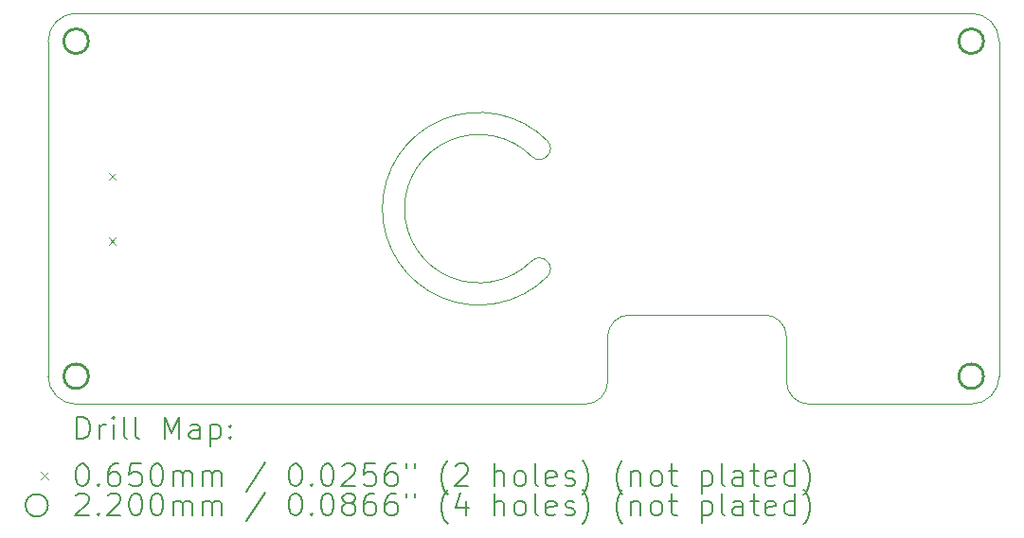
<source format=gbr>
%TF.GenerationSoftware,KiCad,Pcbnew,8.0.6*%
%TF.CreationDate,2024-10-17T21:45:20+02:00*%
%TF.ProjectId,weatherStationBoard,77656174-6865-4725-9374-6174696f6e42,rev?*%
%TF.SameCoordinates,Original*%
%TF.FileFunction,Drillmap*%
%TF.FilePolarity,Positive*%
%FSLAX45Y45*%
G04 Gerber Fmt 4.5, Leading zero omitted, Abs format (unit mm)*
G04 Created by KiCad (PCBNEW 8.0.6) date 2024-10-17 21:45:20*
%MOMM*%
%LPD*%
G01*
G04 APERTURE LIST*
%ADD10C,0.100000*%
%ADD11C,0.050000*%
%ADD12C,0.200000*%
%ADD13C,0.220000*%
G04 APERTURE END LIST*
D10*
X19060000Y-10740000D02*
G75*
G02*
X18920000Y-10880000I-70000J-70000D01*
G01*
X19060000Y-11960000D02*
G75*
G02*
X19060000Y-10740000I-610000J610000D01*
G01*
D11*
X19600000Y-12500000D02*
X19600000Y-12900000D01*
X22850000Y-9600000D02*
G75*
G02*
X23100000Y-9850000I0J-250000D01*
G01*
X23100000Y-9850000D02*
X23100000Y-12850000D01*
D10*
X18920000Y-11820000D02*
G75*
G02*
X18920000Y-10880000I-470000J470000D01*
G01*
D11*
X21000000Y-12300000D02*
G75*
G02*
X21200000Y-12500000I0J-200000D01*
G01*
X14600000Y-9850000D02*
G75*
G02*
X14850000Y-9600000I250000J0D01*
G01*
X21000000Y-12300000D02*
X19800000Y-12300000D01*
X19600000Y-12900000D02*
G75*
G02*
X19400000Y-13100000I-200000J0D01*
G01*
X23100000Y-12850000D02*
G75*
G02*
X22850000Y-13100000I-250000J0D01*
G01*
X19400000Y-13100000D02*
X14850000Y-13100000D01*
X21200000Y-12900000D02*
X21200000Y-12500000D01*
X14850000Y-9600000D02*
X22850000Y-9600000D01*
X14850000Y-13100000D02*
G75*
G02*
X14600000Y-12850000I0J250000D01*
G01*
X21400000Y-13100000D02*
G75*
G02*
X21200000Y-12900000I0J200000D01*
G01*
D10*
X18920000Y-11820000D02*
G75*
G02*
X19060000Y-11960000I70000J-70000D01*
G01*
D11*
X19600000Y-12500000D02*
G75*
G02*
X19800000Y-12300000I200000J0D01*
G01*
X14600000Y-12850000D02*
X14600000Y-9850000D01*
X22850000Y-13100000D02*
X21400000Y-13100000D01*
D12*
D10*
X15140000Y-11029000D02*
X15205000Y-11094000D01*
X15205000Y-11029000D02*
X15140000Y-11094000D01*
X15140000Y-11607000D02*
X15205000Y-11672000D01*
X15205000Y-11607000D02*
X15140000Y-11672000D01*
D13*
X14960000Y-9850000D02*
G75*
G02*
X14740000Y-9850000I-110000J0D01*
G01*
X14740000Y-9850000D02*
G75*
G02*
X14960000Y-9850000I110000J0D01*
G01*
X14960000Y-12850000D02*
G75*
G02*
X14740000Y-12850000I-110000J0D01*
G01*
X14740000Y-12850000D02*
G75*
G02*
X14960000Y-12850000I110000J0D01*
G01*
X22960000Y-9850000D02*
G75*
G02*
X22740000Y-9850000I-110000J0D01*
G01*
X22740000Y-9850000D02*
G75*
G02*
X22960000Y-9850000I110000J0D01*
G01*
X22960000Y-12850000D02*
G75*
G02*
X22740000Y-12850000I-110000J0D01*
G01*
X22740000Y-12850000D02*
G75*
G02*
X22960000Y-12850000I110000J0D01*
G01*
D12*
X14858277Y-13413984D02*
X14858277Y-13213984D01*
X14858277Y-13213984D02*
X14905896Y-13213984D01*
X14905896Y-13213984D02*
X14934467Y-13223508D01*
X14934467Y-13223508D02*
X14953515Y-13242555D01*
X14953515Y-13242555D02*
X14963039Y-13261603D01*
X14963039Y-13261603D02*
X14972562Y-13299698D01*
X14972562Y-13299698D02*
X14972562Y-13328269D01*
X14972562Y-13328269D02*
X14963039Y-13366365D01*
X14963039Y-13366365D02*
X14953515Y-13385412D01*
X14953515Y-13385412D02*
X14934467Y-13404460D01*
X14934467Y-13404460D02*
X14905896Y-13413984D01*
X14905896Y-13413984D02*
X14858277Y-13413984D01*
X15058277Y-13413984D02*
X15058277Y-13280650D01*
X15058277Y-13318746D02*
X15067801Y-13299698D01*
X15067801Y-13299698D02*
X15077324Y-13290174D01*
X15077324Y-13290174D02*
X15096372Y-13280650D01*
X15096372Y-13280650D02*
X15115420Y-13280650D01*
X15182086Y-13413984D02*
X15182086Y-13280650D01*
X15182086Y-13213984D02*
X15172562Y-13223508D01*
X15172562Y-13223508D02*
X15182086Y-13233031D01*
X15182086Y-13233031D02*
X15191610Y-13223508D01*
X15191610Y-13223508D02*
X15182086Y-13213984D01*
X15182086Y-13213984D02*
X15182086Y-13233031D01*
X15305896Y-13413984D02*
X15286848Y-13404460D01*
X15286848Y-13404460D02*
X15277324Y-13385412D01*
X15277324Y-13385412D02*
X15277324Y-13213984D01*
X15410658Y-13413984D02*
X15391610Y-13404460D01*
X15391610Y-13404460D02*
X15382086Y-13385412D01*
X15382086Y-13385412D02*
X15382086Y-13213984D01*
X15639229Y-13413984D02*
X15639229Y-13213984D01*
X15639229Y-13213984D02*
X15705896Y-13356841D01*
X15705896Y-13356841D02*
X15772562Y-13213984D01*
X15772562Y-13213984D02*
X15772562Y-13413984D01*
X15953515Y-13413984D02*
X15953515Y-13309222D01*
X15953515Y-13309222D02*
X15943991Y-13290174D01*
X15943991Y-13290174D02*
X15924943Y-13280650D01*
X15924943Y-13280650D02*
X15886848Y-13280650D01*
X15886848Y-13280650D02*
X15867801Y-13290174D01*
X15953515Y-13404460D02*
X15934467Y-13413984D01*
X15934467Y-13413984D02*
X15886848Y-13413984D01*
X15886848Y-13413984D02*
X15867801Y-13404460D01*
X15867801Y-13404460D02*
X15858277Y-13385412D01*
X15858277Y-13385412D02*
X15858277Y-13366365D01*
X15858277Y-13366365D02*
X15867801Y-13347317D01*
X15867801Y-13347317D02*
X15886848Y-13337793D01*
X15886848Y-13337793D02*
X15934467Y-13337793D01*
X15934467Y-13337793D02*
X15953515Y-13328269D01*
X16048753Y-13280650D02*
X16048753Y-13480650D01*
X16048753Y-13290174D02*
X16067801Y-13280650D01*
X16067801Y-13280650D02*
X16105896Y-13280650D01*
X16105896Y-13280650D02*
X16124943Y-13290174D01*
X16124943Y-13290174D02*
X16134467Y-13299698D01*
X16134467Y-13299698D02*
X16143991Y-13318746D01*
X16143991Y-13318746D02*
X16143991Y-13375888D01*
X16143991Y-13375888D02*
X16134467Y-13394936D01*
X16134467Y-13394936D02*
X16124943Y-13404460D01*
X16124943Y-13404460D02*
X16105896Y-13413984D01*
X16105896Y-13413984D02*
X16067801Y-13413984D01*
X16067801Y-13413984D02*
X16048753Y-13404460D01*
X16229705Y-13394936D02*
X16239229Y-13404460D01*
X16239229Y-13404460D02*
X16229705Y-13413984D01*
X16229705Y-13413984D02*
X16220182Y-13404460D01*
X16220182Y-13404460D02*
X16229705Y-13394936D01*
X16229705Y-13394936D02*
X16229705Y-13413984D01*
X16229705Y-13290174D02*
X16239229Y-13299698D01*
X16239229Y-13299698D02*
X16229705Y-13309222D01*
X16229705Y-13309222D02*
X16220182Y-13299698D01*
X16220182Y-13299698D02*
X16229705Y-13290174D01*
X16229705Y-13290174D02*
X16229705Y-13309222D01*
D10*
X14532500Y-13710000D02*
X14597500Y-13775000D01*
X14597500Y-13710000D02*
X14532500Y-13775000D01*
D12*
X14896372Y-13633984D02*
X14915420Y-13633984D01*
X14915420Y-13633984D02*
X14934467Y-13643508D01*
X14934467Y-13643508D02*
X14943991Y-13653031D01*
X14943991Y-13653031D02*
X14953515Y-13672079D01*
X14953515Y-13672079D02*
X14963039Y-13710174D01*
X14963039Y-13710174D02*
X14963039Y-13757793D01*
X14963039Y-13757793D02*
X14953515Y-13795888D01*
X14953515Y-13795888D02*
X14943991Y-13814936D01*
X14943991Y-13814936D02*
X14934467Y-13824460D01*
X14934467Y-13824460D02*
X14915420Y-13833984D01*
X14915420Y-13833984D02*
X14896372Y-13833984D01*
X14896372Y-13833984D02*
X14877324Y-13824460D01*
X14877324Y-13824460D02*
X14867801Y-13814936D01*
X14867801Y-13814936D02*
X14858277Y-13795888D01*
X14858277Y-13795888D02*
X14848753Y-13757793D01*
X14848753Y-13757793D02*
X14848753Y-13710174D01*
X14848753Y-13710174D02*
X14858277Y-13672079D01*
X14858277Y-13672079D02*
X14867801Y-13653031D01*
X14867801Y-13653031D02*
X14877324Y-13643508D01*
X14877324Y-13643508D02*
X14896372Y-13633984D01*
X15048753Y-13814936D02*
X15058277Y-13824460D01*
X15058277Y-13824460D02*
X15048753Y-13833984D01*
X15048753Y-13833984D02*
X15039229Y-13824460D01*
X15039229Y-13824460D02*
X15048753Y-13814936D01*
X15048753Y-13814936D02*
X15048753Y-13833984D01*
X15229705Y-13633984D02*
X15191610Y-13633984D01*
X15191610Y-13633984D02*
X15172562Y-13643508D01*
X15172562Y-13643508D02*
X15163039Y-13653031D01*
X15163039Y-13653031D02*
X15143991Y-13681603D01*
X15143991Y-13681603D02*
X15134467Y-13719698D01*
X15134467Y-13719698D02*
X15134467Y-13795888D01*
X15134467Y-13795888D02*
X15143991Y-13814936D01*
X15143991Y-13814936D02*
X15153515Y-13824460D01*
X15153515Y-13824460D02*
X15172562Y-13833984D01*
X15172562Y-13833984D02*
X15210658Y-13833984D01*
X15210658Y-13833984D02*
X15229705Y-13824460D01*
X15229705Y-13824460D02*
X15239229Y-13814936D01*
X15239229Y-13814936D02*
X15248753Y-13795888D01*
X15248753Y-13795888D02*
X15248753Y-13748269D01*
X15248753Y-13748269D02*
X15239229Y-13729222D01*
X15239229Y-13729222D02*
X15229705Y-13719698D01*
X15229705Y-13719698D02*
X15210658Y-13710174D01*
X15210658Y-13710174D02*
X15172562Y-13710174D01*
X15172562Y-13710174D02*
X15153515Y-13719698D01*
X15153515Y-13719698D02*
X15143991Y-13729222D01*
X15143991Y-13729222D02*
X15134467Y-13748269D01*
X15429705Y-13633984D02*
X15334467Y-13633984D01*
X15334467Y-13633984D02*
X15324943Y-13729222D01*
X15324943Y-13729222D02*
X15334467Y-13719698D01*
X15334467Y-13719698D02*
X15353515Y-13710174D01*
X15353515Y-13710174D02*
X15401134Y-13710174D01*
X15401134Y-13710174D02*
X15420182Y-13719698D01*
X15420182Y-13719698D02*
X15429705Y-13729222D01*
X15429705Y-13729222D02*
X15439229Y-13748269D01*
X15439229Y-13748269D02*
X15439229Y-13795888D01*
X15439229Y-13795888D02*
X15429705Y-13814936D01*
X15429705Y-13814936D02*
X15420182Y-13824460D01*
X15420182Y-13824460D02*
X15401134Y-13833984D01*
X15401134Y-13833984D02*
X15353515Y-13833984D01*
X15353515Y-13833984D02*
X15334467Y-13824460D01*
X15334467Y-13824460D02*
X15324943Y-13814936D01*
X15563039Y-13633984D02*
X15582086Y-13633984D01*
X15582086Y-13633984D02*
X15601134Y-13643508D01*
X15601134Y-13643508D02*
X15610658Y-13653031D01*
X15610658Y-13653031D02*
X15620182Y-13672079D01*
X15620182Y-13672079D02*
X15629705Y-13710174D01*
X15629705Y-13710174D02*
X15629705Y-13757793D01*
X15629705Y-13757793D02*
X15620182Y-13795888D01*
X15620182Y-13795888D02*
X15610658Y-13814936D01*
X15610658Y-13814936D02*
X15601134Y-13824460D01*
X15601134Y-13824460D02*
X15582086Y-13833984D01*
X15582086Y-13833984D02*
X15563039Y-13833984D01*
X15563039Y-13833984D02*
X15543991Y-13824460D01*
X15543991Y-13824460D02*
X15534467Y-13814936D01*
X15534467Y-13814936D02*
X15524943Y-13795888D01*
X15524943Y-13795888D02*
X15515420Y-13757793D01*
X15515420Y-13757793D02*
X15515420Y-13710174D01*
X15515420Y-13710174D02*
X15524943Y-13672079D01*
X15524943Y-13672079D02*
X15534467Y-13653031D01*
X15534467Y-13653031D02*
X15543991Y-13643508D01*
X15543991Y-13643508D02*
X15563039Y-13633984D01*
X15715420Y-13833984D02*
X15715420Y-13700650D01*
X15715420Y-13719698D02*
X15724943Y-13710174D01*
X15724943Y-13710174D02*
X15743991Y-13700650D01*
X15743991Y-13700650D02*
X15772563Y-13700650D01*
X15772563Y-13700650D02*
X15791610Y-13710174D01*
X15791610Y-13710174D02*
X15801134Y-13729222D01*
X15801134Y-13729222D02*
X15801134Y-13833984D01*
X15801134Y-13729222D02*
X15810658Y-13710174D01*
X15810658Y-13710174D02*
X15829705Y-13700650D01*
X15829705Y-13700650D02*
X15858277Y-13700650D01*
X15858277Y-13700650D02*
X15877324Y-13710174D01*
X15877324Y-13710174D02*
X15886848Y-13729222D01*
X15886848Y-13729222D02*
X15886848Y-13833984D01*
X15982086Y-13833984D02*
X15982086Y-13700650D01*
X15982086Y-13719698D02*
X15991610Y-13710174D01*
X15991610Y-13710174D02*
X16010658Y-13700650D01*
X16010658Y-13700650D02*
X16039229Y-13700650D01*
X16039229Y-13700650D02*
X16058277Y-13710174D01*
X16058277Y-13710174D02*
X16067801Y-13729222D01*
X16067801Y-13729222D02*
X16067801Y-13833984D01*
X16067801Y-13729222D02*
X16077324Y-13710174D01*
X16077324Y-13710174D02*
X16096372Y-13700650D01*
X16096372Y-13700650D02*
X16124943Y-13700650D01*
X16124943Y-13700650D02*
X16143991Y-13710174D01*
X16143991Y-13710174D02*
X16153515Y-13729222D01*
X16153515Y-13729222D02*
X16153515Y-13833984D01*
X16543991Y-13624460D02*
X16372563Y-13881603D01*
X16801134Y-13633984D02*
X16820182Y-13633984D01*
X16820182Y-13633984D02*
X16839229Y-13643508D01*
X16839229Y-13643508D02*
X16848753Y-13653031D01*
X16848753Y-13653031D02*
X16858277Y-13672079D01*
X16858277Y-13672079D02*
X16867801Y-13710174D01*
X16867801Y-13710174D02*
X16867801Y-13757793D01*
X16867801Y-13757793D02*
X16858277Y-13795888D01*
X16858277Y-13795888D02*
X16848753Y-13814936D01*
X16848753Y-13814936D02*
X16839229Y-13824460D01*
X16839229Y-13824460D02*
X16820182Y-13833984D01*
X16820182Y-13833984D02*
X16801134Y-13833984D01*
X16801134Y-13833984D02*
X16782087Y-13824460D01*
X16782087Y-13824460D02*
X16772563Y-13814936D01*
X16772563Y-13814936D02*
X16763039Y-13795888D01*
X16763039Y-13795888D02*
X16753515Y-13757793D01*
X16753515Y-13757793D02*
X16753515Y-13710174D01*
X16753515Y-13710174D02*
X16763039Y-13672079D01*
X16763039Y-13672079D02*
X16772563Y-13653031D01*
X16772563Y-13653031D02*
X16782087Y-13643508D01*
X16782087Y-13643508D02*
X16801134Y-13633984D01*
X16953515Y-13814936D02*
X16963039Y-13824460D01*
X16963039Y-13824460D02*
X16953515Y-13833984D01*
X16953515Y-13833984D02*
X16943991Y-13824460D01*
X16943991Y-13824460D02*
X16953515Y-13814936D01*
X16953515Y-13814936D02*
X16953515Y-13833984D01*
X17086848Y-13633984D02*
X17105896Y-13633984D01*
X17105896Y-13633984D02*
X17124944Y-13643508D01*
X17124944Y-13643508D02*
X17134468Y-13653031D01*
X17134468Y-13653031D02*
X17143991Y-13672079D01*
X17143991Y-13672079D02*
X17153515Y-13710174D01*
X17153515Y-13710174D02*
X17153515Y-13757793D01*
X17153515Y-13757793D02*
X17143991Y-13795888D01*
X17143991Y-13795888D02*
X17134468Y-13814936D01*
X17134468Y-13814936D02*
X17124944Y-13824460D01*
X17124944Y-13824460D02*
X17105896Y-13833984D01*
X17105896Y-13833984D02*
X17086848Y-13833984D01*
X17086848Y-13833984D02*
X17067801Y-13824460D01*
X17067801Y-13824460D02*
X17058277Y-13814936D01*
X17058277Y-13814936D02*
X17048753Y-13795888D01*
X17048753Y-13795888D02*
X17039229Y-13757793D01*
X17039229Y-13757793D02*
X17039229Y-13710174D01*
X17039229Y-13710174D02*
X17048753Y-13672079D01*
X17048753Y-13672079D02*
X17058277Y-13653031D01*
X17058277Y-13653031D02*
X17067801Y-13643508D01*
X17067801Y-13643508D02*
X17086848Y-13633984D01*
X17229706Y-13653031D02*
X17239229Y-13643508D01*
X17239229Y-13643508D02*
X17258277Y-13633984D01*
X17258277Y-13633984D02*
X17305896Y-13633984D01*
X17305896Y-13633984D02*
X17324944Y-13643508D01*
X17324944Y-13643508D02*
X17334468Y-13653031D01*
X17334468Y-13653031D02*
X17343991Y-13672079D01*
X17343991Y-13672079D02*
X17343991Y-13691127D01*
X17343991Y-13691127D02*
X17334468Y-13719698D01*
X17334468Y-13719698D02*
X17220182Y-13833984D01*
X17220182Y-13833984D02*
X17343991Y-13833984D01*
X17524944Y-13633984D02*
X17429706Y-13633984D01*
X17429706Y-13633984D02*
X17420182Y-13729222D01*
X17420182Y-13729222D02*
X17429706Y-13719698D01*
X17429706Y-13719698D02*
X17448753Y-13710174D01*
X17448753Y-13710174D02*
X17496372Y-13710174D01*
X17496372Y-13710174D02*
X17515420Y-13719698D01*
X17515420Y-13719698D02*
X17524944Y-13729222D01*
X17524944Y-13729222D02*
X17534468Y-13748269D01*
X17534468Y-13748269D02*
X17534468Y-13795888D01*
X17534468Y-13795888D02*
X17524944Y-13814936D01*
X17524944Y-13814936D02*
X17515420Y-13824460D01*
X17515420Y-13824460D02*
X17496372Y-13833984D01*
X17496372Y-13833984D02*
X17448753Y-13833984D01*
X17448753Y-13833984D02*
X17429706Y-13824460D01*
X17429706Y-13824460D02*
X17420182Y-13814936D01*
X17705896Y-13633984D02*
X17667801Y-13633984D01*
X17667801Y-13633984D02*
X17648753Y-13643508D01*
X17648753Y-13643508D02*
X17639229Y-13653031D01*
X17639229Y-13653031D02*
X17620182Y-13681603D01*
X17620182Y-13681603D02*
X17610658Y-13719698D01*
X17610658Y-13719698D02*
X17610658Y-13795888D01*
X17610658Y-13795888D02*
X17620182Y-13814936D01*
X17620182Y-13814936D02*
X17629706Y-13824460D01*
X17629706Y-13824460D02*
X17648753Y-13833984D01*
X17648753Y-13833984D02*
X17686849Y-13833984D01*
X17686849Y-13833984D02*
X17705896Y-13824460D01*
X17705896Y-13824460D02*
X17715420Y-13814936D01*
X17715420Y-13814936D02*
X17724944Y-13795888D01*
X17724944Y-13795888D02*
X17724944Y-13748269D01*
X17724944Y-13748269D02*
X17715420Y-13729222D01*
X17715420Y-13729222D02*
X17705896Y-13719698D01*
X17705896Y-13719698D02*
X17686849Y-13710174D01*
X17686849Y-13710174D02*
X17648753Y-13710174D01*
X17648753Y-13710174D02*
X17629706Y-13719698D01*
X17629706Y-13719698D02*
X17620182Y-13729222D01*
X17620182Y-13729222D02*
X17610658Y-13748269D01*
X17801134Y-13633984D02*
X17801134Y-13672079D01*
X17877325Y-13633984D02*
X17877325Y-13672079D01*
X18172563Y-13910174D02*
X18163039Y-13900650D01*
X18163039Y-13900650D02*
X18143991Y-13872079D01*
X18143991Y-13872079D02*
X18134468Y-13853031D01*
X18134468Y-13853031D02*
X18124944Y-13824460D01*
X18124944Y-13824460D02*
X18115420Y-13776841D01*
X18115420Y-13776841D02*
X18115420Y-13738746D01*
X18115420Y-13738746D02*
X18124944Y-13691127D01*
X18124944Y-13691127D02*
X18134468Y-13662555D01*
X18134468Y-13662555D02*
X18143991Y-13643508D01*
X18143991Y-13643508D02*
X18163039Y-13614936D01*
X18163039Y-13614936D02*
X18172563Y-13605412D01*
X18239230Y-13653031D02*
X18248753Y-13643508D01*
X18248753Y-13643508D02*
X18267801Y-13633984D01*
X18267801Y-13633984D02*
X18315420Y-13633984D01*
X18315420Y-13633984D02*
X18334468Y-13643508D01*
X18334468Y-13643508D02*
X18343991Y-13653031D01*
X18343991Y-13653031D02*
X18353515Y-13672079D01*
X18353515Y-13672079D02*
X18353515Y-13691127D01*
X18353515Y-13691127D02*
X18343991Y-13719698D01*
X18343991Y-13719698D02*
X18229706Y-13833984D01*
X18229706Y-13833984D02*
X18353515Y-13833984D01*
X18591611Y-13833984D02*
X18591611Y-13633984D01*
X18677325Y-13833984D02*
X18677325Y-13729222D01*
X18677325Y-13729222D02*
X18667801Y-13710174D01*
X18667801Y-13710174D02*
X18648753Y-13700650D01*
X18648753Y-13700650D02*
X18620182Y-13700650D01*
X18620182Y-13700650D02*
X18601134Y-13710174D01*
X18601134Y-13710174D02*
X18591611Y-13719698D01*
X18801134Y-13833984D02*
X18782087Y-13824460D01*
X18782087Y-13824460D02*
X18772563Y-13814936D01*
X18772563Y-13814936D02*
X18763039Y-13795888D01*
X18763039Y-13795888D02*
X18763039Y-13738746D01*
X18763039Y-13738746D02*
X18772563Y-13719698D01*
X18772563Y-13719698D02*
X18782087Y-13710174D01*
X18782087Y-13710174D02*
X18801134Y-13700650D01*
X18801134Y-13700650D02*
X18829706Y-13700650D01*
X18829706Y-13700650D02*
X18848753Y-13710174D01*
X18848753Y-13710174D02*
X18858277Y-13719698D01*
X18858277Y-13719698D02*
X18867801Y-13738746D01*
X18867801Y-13738746D02*
X18867801Y-13795888D01*
X18867801Y-13795888D02*
X18858277Y-13814936D01*
X18858277Y-13814936D02*
X18848753Y-13824460D01*
X18848753Y-13824460D02*
X18829706Y-13833984D01*
X18829706Y-13833984D02*
X18801134Y-13833984D01*
X18982087Y-13833984D02*
X18963039Y-13824460D01*
X18963039Y-13824460D02*
X18953515Y-13805412D01*
X18953515Y-13805412D02*
X18953515Y-13633984D01*
X19134468Y-13824460D02*
X19115420Y-13833984D01*
X19115420Y-13833984D02*
X19077325Y-13833984D01*
X19077325Y-13833984D02*
X19058277Y-13824460D01*
X19058277Y-13824460D02*
X19048753Y-13805412D01*
X19048753Y-13805412D02*
X19048753Y-13729222D01*
X19048753Y-13729222D02*
X19058277Y-13710174D01*
X19058277Y-13710174D02*
X19077325Y-13700650D01*
X19077325Y-13700650D02*
X19115420Y-13700650D01*
X19115420Y-13700650D02*
X19134468Y-13710174D01*
X19134468Y-13710174D02*
X19143992Y-13729222D01*
X19143992Y-13729222D02*
X19143992Y-13748269D01*
X19143992Y-13748269D02*
X19048753Y-13767317D01*
X19220182Y-13824460D02*
X19239230Y-13833984D01*
X19239230Y-13833984D02*
X19277325Y-13833984D01*
X19277325Y-13833984D02*
X19296373Y-13824460D01*
X19296373Y-13824460D02*
X19305896Y-13805412D01*
X19305896Y-13805412D02*
X19305896Y-13795888D01*
X19305896Y-13795888D02*
X19296373Y-13776841D01*
X19296373Y-13776841D02*
X19277325Y-13767317D01*
X19277325Y-13767317D02*
X19248753Y-13767317D01*
X19248753Y-13767317D02*
X19229706Y-13757793D01*
X19229706Y-13757793D02*
X19220182Y-13738746D01*
X19220182Y-13738746D02*
X19220182Y-13729222D01*
X19220182Y-13729222D02*
X19229706Y-13710174D01*
X19229706Y-13710174D02*
X19248753Y-13700650D01*
X19248753Y-13700650D02*
X19277325Y-13700650D01*
X19277325Y-13700650D02*
X19296373Y-13710174D01*
X19372563Y-13910174D02*
X19382087Y-13900650D01*
X19382087Y-13900650D02*
X19401134Y-13872079D01*
X19401134Y-13872079D02*
X19410658Y-13853031D01*
X19410658Y-13853031D02*
X19420182Y-13824460D01*
X19420182Y-13824460D02*
X19429706Y-13776841D01*
X19429706Y-13776841D02*
X19429706Y-13738746D01*
X19429706Y-13738746D02*
X19420182Y-13691127D01*
X19420182Y-13691127D02*
X19410658Y-13662555D01*
X19410658Y-13662555D02*
X19401134Y-13643508D01*
X19401134Y-13643508D02*
X19382087Y-13614936D01*
X19382087Y-13614936D02*
X19372563Y-13605412D01*
X19734468Y-13910174D02*
X19724944Y-13900650D01*
X19724944Y-13900650D02*
X19705896Y-13872079D01*
X19705896Y-13872079D02*
X19696373Y-13853031D01*
X19696373Y-13853031D02*
X19686849Y-13824460D01*
X19686849Y-13824460D02*
X19677325Y-13776841D01*
X19677325Y-13776841D02*
X19677325Y-13738746D01*
X19677325Y-13738746D02*
X19686849Y-13691127D01*
X19686849Y-13691127D02*
X19696373Y-13662555D01*
X19696373Y-13662555D02*
X19705896Y-13643508D01*
X19705896Y-13643508D02*
X19724944Y-13614936D01*
X19724944Y-13614936D02*
X19734468Y-13605412D01*
X19810658Y-13700650D02*
X19810658Y-13833984D01*
X19810658Y-13719698D02*
X19820182Y-13710174D01*
X19820182Y-13710174D02*
X19839230Y-13700650D01*
X19839230Y-13700650D02*
X19867801Y-13700650D01*
X19867801Y-13700650D02*
X19886849Y-13710174D01*
X19886849Y-13710174D02*
X19896373Y-13729222D01*
X19896373Y-13729222D02*
X19896373Y-13833984D01*
X20020182Y-13833984D02*
X20001134Y-13824460D01*
X20001134Y-13824460D02*
X19991611Y-13814936D01*
X19991611Y-13814936D02*
X19982087Y-13795888D01*
X19982087Y-13795888D02*
X19982087Y-13738746D01*
X19982087Y-13738746D02*
X19991611Y-13719698D01*
X19991611Y-13719698D02*
X20001134Y-13710174D01*
X20001134Y-13710174D02*
X20020182Y-13700650D01*
X20020182Y-13700650D02*
X20048754Y-13700650D01*
X20048754Y-13700650D02*
X20067801Y-13710174D01*
X20067801Y-13710174D02*
X20077325Y-13719698D01*
X20077325Y-13719698D02*
X20086849Y-13738746D01*
X20086849Y-13738746D02*
X20086849Y-13795888D01*
X20086849Y-13795888D02*
X20077325Y-13814936D01*
X20077325Y-13814936D02*
X20067801Y-13824460D01*
X20067801Y-13824460D02*
X20048754Y-13833984D01*
X20048754Y-13833984D02*
X20020182Y-13833984D01*
X20143992Y-13700650D02*
X20220182Y-13700650D01*
X20172563Y-13633984D02*
X20172563Y-13805412D01*
X20172563Y-13805412D02*
X20182087Y-13824460D01*
X20182087Y-13824460D02*
X20201134Y-13833984D01*
X20201134Y-13833984D02*
X20220182Y-13833984D01*
X20439230Y-13700650D02*
X20439230Y-13900650D01*
X20439230Y-13710174D02*
X20458277Y-13700650D01*
X20458277Y-13700650D02*
X20496373Y-13700650D01*
X20496373Y-13700650D02*
X20515420Y-13710174D01*
X20515420Y-13710174D02*
X20524944Y-13719698D01*
X20524944Y-13719698D02*
X20534468Y-13738746D01*
X20534468Y-13738746D02*
X20534468Y-13795888D01*
X20534468Y-13795888D02*
X20524944Y-13814936D01*
X20524944Y-13814936D02*
X20515420Y-13824460D01*
X20515420Y-13824460D02*
X20496373Y-13833984D01*
X20496373Y-13833984D02*
X20458277Y-13833984D01*
X20458277Y-13833984D02*
X20439230Y-13824460D01*
X20648754Y-13833984D02*
X20629706Y-13824460D01*
X20629706Y-13824460D02*
X20620182Y-13805412D01*
X20620182Y-13805412D02*
X20620182Y-13633984D01*
X20810658Y-13833984D02*
X20810658Y-13729222D01*
X20810658Y-13729222D02*
X20801135Y-13710174D01*
X20801135Y-13710174D02*
X20782087Y-13700650D01*
X20782087Y-13700650D02*
X20743992Y-13700650D01*
X20743992Y-13700650D02*
X20724944Y-13710174D01*
X20810658Y-13824460D02*
X20791611Y-13833984D01*
X20791611Y-13833984D02*
X20743992Y-13833984D01*
X20743992Y-13833984D02*
X20724944Y-13824460D01*
X20724944Y-13824460D02*
X20715420Y-13805412D01*
X20715420Y-13805412D02*
X20715420Y-13786365D01*
X20715420Y-13786365D02*
X20724944Y-13767317D01*
X20724944Y-13767317D02*
X20743992Y-13757793D01*
X20743992Y-13757793D02*
X20791611Y-13757793D01*
X20791611Y-13757793D02*
X20810658Y-13748269D01*
X20877325Y-13700650D02*
X20953515Y-13700650D01*
X20905896Y-13633984D02*
X20905896Y-13805412D01*
X20905896Y-13805412D02*
X20915420Y-13824460D01*
X20915420Y-13824460D02*
X20934468Y-13833984D01*
X20934468Y-13833984D02*
X20953515Y-13833984D01*
X21096373Y-13824460D02*
X21077325Y-13833984D01*
X21077325Y-13833984D02*
X21039230Y-13833984D01*
X21039230Y-13833984D02*
X21020182Y-13824460D01*
X21020182Y-13824460D02*
X21010658Y-13805412D01*
X21010658Y-13805412D02*
X21010658Y-13729222D01*
X21010658Y-13729222D02*
X21020182Y-13710174D01*
X21020182Y-13710174D02*
X21039230Y-13700650D01*
X21039230Y-13700650D02*
X21077325Y-13700650D01*
X21077325Y-13700650D02*
X21096373Y-13710174D01*
X21096373Y-13710174D02*
X21105896Y-13729222D01*
X21105896Y-13729222D02*
X21105896Y-13748269D01*
X21105896Y-13748269D02*
X21010658Y-13767317D01*
X21277325Y-13833984D02*
X21277325Y-13633984D01*
X21277325Y-13824460D02*
X21258277Y-13833984D01*
X21258277Y-13833984D02*
X21220182Y-13833984D01*
X21220182Y-13833984D02*
X21201135Y-13824460D01*
X21201135Y-13824460D02*
X21191611Y-13814936D01*
X21191611Y-13814936D02*
X21182087Y-13795888D01*
X21182087Y-13795888D02*
X21182087Y-13738746D01*
X21182087Y-13738746D02*
X21191611Y-13719698D01*
X21191611Y-13719698D02*
X21201135Y-13710174D01*
X21201135Y-13710174D02*
X21220182Y-13700650D01*
X21220182Y-13700650D02*
X21258277Y-13700650D01*
X21258277Y-13700650D02*
X21277325Y-13710174D01*
X21353516Y-13910174D02*
X21363039Y-13900650D01*
X21363039Y-13900650D02*
X21382087Y-13872079D01*
X21382087Y-13872079D02*
X21391611Y-13853031D01*
X21391611Y-13853031D02*
X21401135Y-13824460D01*
X21401135Y-13824460D02*
X21410658Y-13776841D01*
X21410658Y-13776841D02*
X21410658Y-13738746D01*
X21410658Y-13738746D02*
X21401135Y-13691127D01*
X21401135Y-13691127D02*
X21391611Y-13662555D01*
X21391611Y-13662555D02*
X21382087Y-13643508D01*
X21382087Y-13643508D02*
X21363039Y-13614936D01*
X21363039Y-13614936D02*
X21353516Y-13605412D01*
X14597500Y-14006500D02*
G75*
G02*
X14397500Y-14006500I-100000J0D01*
G01*
X14397500Y-14006500D02*
G75*
G02*
X14597500Y-14006500I100000J0D01*
G01*
X14848753Y-13917031D02*
X14858277Y-13907508D01*
X14858277Y-13907508D02*
X14877324Y-13897984D01*
X14877324Y-13897984D02*
X14924943Y-13897984D01*
X14924943Y-13897984D02*
X14943991Y-13907508D01*
X14943991Y-13907508D02*
X14953515Y-13917031D01*
X14953515Y-13917031D02*
X14963039Y-13936079D01*
X14963039Y-13936079D02*
X14963039Y-13955127D01*
X14963039Y-13955127D02*
X14953515Y-13983698D01*
X14953515Y-13983698D02*
X14839229Y-14097984D01*
X14839229Y-14097984D02*
X14963039Y-14097984D01*
X15048753Y-14078936D02*
X15058277Y-14088460D01*
X15058277Y-14088460D02*
X15048753Y-14097984D01*
X15048753Y-14097984D02*
X15039229Y-14088460D01*
X15039229Y-14088460D02*
X15048753Y-14078936D01*
X15048753Y-14078936D02*
X15048753Y-14097984D01*
X15134467Y-13917031D02*
X15143991Y-13907508D01*
X15143991Y-13907508D02*
X15163039Y-13897984D01*
X15163039Y-13897984D02*
X15210658Y-13897984D01*
X15210658Y-13897984D02*
X15229705Y-13907508D01*
X15229705Y-13907508D02*
X15239229Y-13917031D01*
X15239229Y-13917031D02*
X15248753Y-13936079D01*
X15248753Y-13936079D02*
X15248753Y-13955127D01*
X15248753Y-13955127D02*
X15239229Y-13983698D01*
X15239229Y-13983698D02*
X15124943Y-14097984D01*
X15124943Y-14097984D02*
X15248753Y-14097984D01*
X15372562Y-13897984D02*
X15391610Y-13897984D01*
X15391610Y-13897984D02*
X15410658Y-13907508D01*
X15410658Y-13907508D02*
X15420182Y-13917031D01*
X15420182Y-13917031D02*
X15429705Y-13936079D01*
X15429705Y-13936079D02*
X15439229Y-13974174D01*
X15439229Y-13974174D02*
X15439229Y-14021793D01*
X15439229Y-14021793D02*
X15429705Y-14059888D01*
X15429705Y-14059888D02*
X15420182Y-14078936D01*
X15420182Y-14078936D02*
X15410658Y-14088460D01*
X15410658Y-14088460D02*
X15391610Y-14097984D01*
X15391610Y-14097984D02*
X15372562Y-14097984D01*
X15372562Y-14097984D02*
X15353515Y-14088460D01*
X15353515Y-14088460D02*
X15343991Y-14078936D01*
X15343991Y-14078936D02*
X15334467Y-14059888D01*
X15334467Y-14059888D02*
X15324943Y-14021793D01*
X15324943Y-14021793D02*
X15324943Y-13974174D01*
X15324943Y-13974174D02*
X15334467Y-13936079D01*
X15334467Y-13936079D02*
X15343991Y-13917031D01*
X15343991Y-13917031D02*
X15353515Y-13907508D01*
X15353515Y-13907508D02*
X15372562Y-13897984D01*
X15563039Y-13897984D02*
X15582086Y-13897984D01*
X15582086Y-13897984D02*
X15601134Y-13907508D01*
X15601134Y-13907508D02*
X15610658Y-13917031D01*
X15610658Y-13917031D02*
X15620182Y-13936079D01*
X15620182Y-13936079D02*
X15629705Y-13974174D01*
X15629705Y-13974174D02*
X15629705Y-14021793D01*
X15629705Y-14021793D02*
X15620182Y-14059888D01*
X15620182Y-14059888D02*
X15610658Y-14078936D01*
X15610658Y-14078936D02*
X15601134Y-14088460D01*
X15601134Y-14088460D02*
X15582086Y-14097984D01*
X15582086Y-14097984D02*
X15563039Y-14097984D01*
X15563039Y-14097984D02*
X15543991Y-14088460D01*
X15543991Y-14088460D02*
X15534467Y-14078936D01*
X15534467Y-14078936D02*
X15524943Y-14059888D01*
X15524943Y-14059888D02*
X15515420Y-14021793D01*
X15515420Y-14021793D02*
X15515420Y-13974174D01*
X15515420Y-13974174D02*
X15524943Y-13936079D01*
X15524943Y-13936079D02*
X15534467Y-13917031D01*
X15534467Y-13917031D02*
X15543991Y-13907508D01*
X15543991Y-13907508D02*
X15563039Y-13897984D01*
X15715420Y-14097984D02*
X15715420Y-13964650D01*
X15715420Y-13983698D02*
X15724943Y-13974174D01*
X15724943Y-13974174D02*
X15743991Y-13964650D01*
X15743991Y-13964650D02*
X15772563Y-13964650D01*
X15772563Y-13964650D02*
X15791610Y-13974174D01*
X15791610Y-13974174D02*
X15801134Y-13993222D01*
X15801134Y-13993222D02*
X15801134Y-14097984D01*
X15801134Y-13993222D02*
X15810658Y-13974174D01*
X15810658Y-13974174D02*
X15829705Y-13964650D01*
X15829705Y-13964650D02*
X15858277Y-13964650D01*
X15858277Y-13964650D02*
X15877324Y-13974174D01*
X15877324Y-13974174D02*
X15886848Y-13993222D01*
X15886848Y-13993222D02*
X15886848Y-14097984D01*
X15982086Y-14097984D02*
X15982086Y-13964650D01*
X15982086Y-13983698D02*
X15991610Y-13974174D01*
X15991610Y-13974174D02*
X16010658Y-13964650D01*
X16010658Y-13964650D02*
X16039229Y-13964650D01*
X16039229Y-13964650D02*
X16058277Y-13974174D01*
X16058277Y-13974174D02*
X16067801Y-13993222D01*
X16067801Y-13993222D02*
X16067801Y-14097984D01*
X16067801Y-13993222D02*
X16077324Y-13974174D01*
X16077324Y-13974174D02*
X16096372Y-13964650D01*
X16096372Y-13964650D02*
X16124943Y-13964650D01*
X16124943Y-13964650D02*
X16143991Y-13974174D01*
X16143991Y-13974174D02*
X16153515Y-13993222D01*
X16153515Y-13993222D02*
X16153515Y-14097984D01*
X16543991Y-13888460D02*
X16372563Y-14145603D01*
X16801134Y-13897984D02*
X16820182Y-13897984D01*
X16820182Y-13897984D02*
X16839229Y-13907508D01*
X16839229Y-13907508D02*
X16848753Y-13917031D01*
X16848753Y-13917031D02*
X16858277Y-13936079D01*
X16858277Y-13936079D02*
X16867801Y-13974174D01*
X16867801Y-13974174D02*
X16867801Y-14021793D01*
X16867801Y-14021793D02*
X16858277Y-14059888D01*
X16858277Y-14059888D02*
X16848753Y-14078936D01*
X16848753Y-14078936D02*
X16839229Y-14088460D01*
X16839229Y-14088460D02*
X16820182Y-14097984D01*
X16820182Y-14097984D02*
X16801134Y-14097984D01*
X16801134Y-14097984D02*
X16782087Y-14088460D01*
X16782087Y-14088460D02*
X16772563Y-14078936D01*
X16772563Y-14078936D02*
X16763039Y-14059888D01*
X16763039Y-14059888D02*
X16753515Y-14021793D01*
X16753515Y-14021793D02*
X16753515Y-13974174D01*
X16753515Y-13974174D02*
X16763039Y-13936079D01*
X16763039Y-13936079D02*
X16772563Y-13917031D01*
X16772563Y-13917031D02*
X16782087Y-13907508D01*
X16782087Y-13907508D02*
X16801134Y-13897984D01*
X16953515Y-14078936D02*
X16963039Y-14088460D01*
X16963039Y-14088460D02*
X16953515Y-14097984D01*
X16953515Y-14097984D02*
X16943991Y-14088460D01*
X16943991Y-14088460D02*
X16953515Y-14078936D01*
X16953515Y-14078936D02*
X16953515Y-14097984D01*
X17086848Y-13897984D02*
X17105896Y-13897984D01*
X17105896Y-13897984D02*
X17124944Y-13907508D01*
X17124944Y-13907508D02*
X17134468Y-13917031D01*
X17134468Y-13917031D02*
X17143991Y-13936079D01*
X17143991Y-13936079D02*
X17153515Y-13974174D01*
X17153515Y-13974174D02*
X17153515Y-14021793D01*
X17153515Y-14021793D02*
X17143991Y-14059888D01*
X17143991Y-14059888D02*
X17134468Y-14078936D01*
X17134468Y-14078936D02*
X17124944Y-14088460D01*
X17124944Y-14088460D02*
X17105896Y-14097984D01*
X17105896Y-14097984D02*
X17086848Y-14097984D01*
X17086848Y-14097984D02*
X17067801Y-14088460D01*
X17067801Y-14088460D02*
X17058277Y-14078936D01*
X17058277Y-14078936D02*
X17048753Y-14059888D01*
X17048753Y-14059888D02*
X17039229Y-14021793D01*
X17039229Y-14021793D02*
X17039229Y-13974174D01*
X17039229Y-13974174D02*
X17048753Y-13936079D01*
X17048753Y-13936079D02*
X17058277Y-13917031D01*
X17058277Y-13917031D02*
X17067801Y-13907508D01*
X17067801Y-13907508D02*
X17086848Y-13897984D01*
X17267801Y-13983698D02*
X17248753Y-13974174D01*
X17248753Y-13974174D02*
X17239229Y-13964650D01*
X17239229Y-13964650D02*
X17229706Y-13945603D01*
X17229706Y-13945603D02*
X17229706Y-13936079D01*
X17229706Y-13936079D02*
X17239229Y-13917031D01*
X17239229Y-13917031D02*
X17248753Y-13907508D01*
X17248753Y-13907508D02*
X17267801Y-13897984D01*
X17267801Y-13897984D02*
X17305896Y-13897984D01*
X17305896Y-13897984D02*
X17324944Y-13907508D01*
X17324944Y-13907508D02*
X17334468Y-13917031D01*
X17334468Y-13917031D02*
X17343991Y-13936079D01*
X17343991Y-13936079D02*
X17343991Y-13945603D01*
X17343991Y-13945603D02*
X17334468Y-13964650D01*
X17334468Y-13964650D02*
X17324944Y-13974174D01*
X17324944Y-13974174D02*
X17305896Y-13983698D01*
X17305896Y-13983698D02*
X17267801Y-13983698D01*
X17267801Y-13983698D02*
X17248753Y-13993222D01*
X17248753Y-13993222D02*
X17239229Y-14002746D01*
X17239229Y-14002746D02*
X17229706Y-14021793D01*
X17229706Y-14021793D02*
X17229706Y-14059888D01*
X17229706Y-14059888D02*
X17239229Y-14078936D01*
X17239229Y-14078936D02*
X17248753Y-14088460D01*
X17248753Y-14088460D02*
X17267801Y-14097984D01*
X17267801Y-14097984D02*
X17305896Y-14097984D01*
X17305896Y-14097984D02*
X17324944Y-14088460D01*
X17324944Y-14088460D02*
X17334468Y-14078936D01*
X17334468Y-14078936D02*
X17343991Y-14059888D01*
X17343991Y-14059888D02*
X17343991Y-14021793D01*
X17343991Y-14021793D02*
X17334468Y-14002746D01*
X17334468Y-14002746D02*
X17324944Y-13993222D01*
X17324944Y-13993222D02*
X17305896Y-13983698D01*
X17515420Y-13897984D02*
X17477325Y-13897984D01*
X17477325Y-13897984D02*
X17458277Y-13907508D01*
X17458277Y-13907508D02*
X17448753Y-13917031D01*
X17448753Y-13917031D02*
X17429706Y-13945603D01*
X17429706Y-13945603D02*
X17420182Y-13983698D01*
X17420182Y-13983698D02*
X17420182Y-14059888D01*
X17420182Y-14059888D02*
X17429706Y-14078936D01*
X17429706Y-14078936D02*
X17439229Y-14088460D01*
X17439229Y-14088460D02*
X17458277Y-14097984D01*
X17458277Y-14097984D02*
X17496372Y-14097984D01*
X17496372Y-14097984D02*
X17515420Y-14088460D01*
X17515420Y-14088460D02*
X17524944Y-14078936D01*
X17524944Y-14078936D02*
X17534468Y-14059888D01*
X17534468Y-14059888D02*
X17534468Y-14012269D01*
X17534468Y-14012269D02*
X17524944Y-13993222D01*
X17524944Y-13993222D02*
X17515420Y-13983698D01*
X17515420Y-13983698D02*
X17496372Y-13974174D01*
X17496372Y-13974174D02*
X17458277Y-13974174D01*
X17458277Y-13974174D02*
X17439229Y-13983698D01*
X17439229Y-13983698D02*
X17429706Y-13993222D01*
X17429706Y-13993222D02*
X17420182Y-14012269D01*
X17705896Y-13897984D02*
X17667801Y-13897984D01*
X17667801Y-13897984D02*
X17648753Y-13907508D01*
X17648753Y-13907508D02*
X17639229Y-13917031D01*
X17639229Y-13917031D02*
X17620182Y-13945603D01*
X17620182Y-13945603D02*
X17610658Y-13983698D01*
X17610658Y-13983698D02*
X17610658Y-14059888D01*
X17610658Y-14059888D02*
X17620182Y-14078936D01*
X17620182Y-14078936D02*
X17629706Y-14088460D01*
X17629706Y-14088460D02*
X17648753Y-14097984D01*
X17648753Y-14097984D02*
X17686849Y-14097984D01*
X17686849Y-14097984D02*
X17705896Y-14088460D01*
X17705896Y-14088460D02*
X17715420Y-14078936D01*
X17715420Y-14078936D02*
X17724944Y-14059888D01*
X17724944Y-14059888D02*
X17724944Y-14012269D01*
X17724944Y-14012269D02*
X17715420Y-13993222D01*
X17715420Y-13993222D02*
X17705896Y-13983698D01*
X17705896Y-13983698D02*
X17686849Y-13974174D01*
X17686849Y-13974174D02*
X17648753Y-13974174D01*
X17648753Y-13974174D02*
X17629706Y-13983698D01*
X17629706Y-13983698D02*
X17620182Y-13993222D01*
X17620182Y-13993222D02*
X17610658Y-14012269D01*
X17801134Y-13897984D02*
X17801134Y-13936079D01*
X17877325Y-13897984D02*
X17877325Y-13936079D01*
X18172563Y-14174174D02*
X18163039Y-14164650D01*
X18163039Y-14164650D02*
X18143991Y-14136079D01*
X18143991Y-14136079D02*
X18134468Y-14117031D01*
X18134468Y-14117031D02*
X18124944Y-14088460D01*
X18124944Y-14088460D02*
X18115420Y-14040841D01*
X18115420Y-14040841D02*
X18115420Y-14002746D01*
X18115420Y-14002746D02*
X18124944Y-13955127D01*
X18124944Y-13955127D02*
X18134468Y-13926555D01*
X18134468Y-13926555D02*
X18143991Y-13907508D01*
X18143991Y-13907508D02*
X18163039Y-13878936D01*
X18163039Y-13878936D02*
X18172563Y-13869412D01*
X18334468Y-13964650D02*
X18334468Y-14097984D01*
X18286849Y-13888460D02*
X18239230Y-14031317D01*
X18239230Y-14031317D02*
X18363039Y-14031317D01*
X18591611Y-14097984D02*
X18591611Y-13897984D01*
X18677325Y-14097984D02*
X18677325Y-13993222D01*
X18677325Y-13993222D02*
X18667801Y-13974174D01*
X18667801Y-13974174D02*
X18648753Y-13964650D01*
X18648753Y-13964650D02*
X18620182Y-13964650D01*
X18620182Y-13964650D02*
X18601134Y-13974174D01*
X18601134Y-13974174D02*
X18591611Y-13983698D01*
X18801134Y-14097984D02*
X18782087Y-14088460D01*
X18782087Y-14088460D02*
X18772563Y-14078936D01*
X18772563Y-14078936D02*
X18763039Y-14059888D01*
X18763039Y-14059888D02*
X18763039Y-14002746D01*
X18763039Y-14002746D02*
X18772563Y-13983698D01*
X18772563Y-13983698D02*
X18782087Y-13974174D01*
X18782087Y-13974174D02*
X18801134Y-13964650D01*
X18801134Y-13964650D02*
X18829706Y-13964650D01*
X18829706Y-13964650D02*
X18848753Y-13974174D01*
X18848753Y-13974174D02*
X18858277Y-13983698D01*
X18858277Y-13983698D02*
X18867801Y-14002746D01*
X18867801Y-14002746D02*
X18867801Y-14059888D01*
X18867801Y-14059888D02*
X18858277Y-14078936D01*
X18858277Y-14078936D02*
X18848753Y-14088460D01*
X18848753Y-14088460D02*
X18829706Y-14097984D01*
X18829706Y-14097984D02*
X18801134Y-14097984D01*
X18982087Y-14097984D02*
X18963039Y-14088460D01*
X18963039Y-14088460D02*
X18953515Y-14069412D01*
X18953515Y-14069412D02*
X18953515Y-13897984D01*
X19134468Y-14088460D02*
X19115420Y-14097984D01*
X19115420Y-14097984D02*
X19077325Y-14097984D01*
X19077325Y-14097984D02*
X19058277Y-14088460D01*
X19058277Y-14088460D02*
X19048753Y-14069412D01*
X19048753Y-14069412D02*
X19048753Y-13993222D01*
X19048753Y-13993222D02*
X19058277Y-13974174D01*
X19058277Y-13974174D02*
X19077325Y-13964650D01*
X19077325Y-13964650D02*
X19115420Y-13964650D01*
X19115420Y-13964650D02*
X19134468Y-13974174D01*
X19134468Y-13974174D02*
X19143992Y-13993222D01*
X19143992Y-13993222D02*
X19143992Y-14012269D01*
X19143992Y-14012269D02*
X19048753Y-14031317D01*
X19220182Y-14088460D02*
X19239230Y-14097984D01*
X19239230Y-14097984D02*
X19277325Y-14097984D01*
X19277325Y-14097984D02*
X19296373Y-14088460D01*
X19296373Y-14088460D02*
X19305896Y-14069412D01*
X19305896Y-14069412D02*
X19305896Y-14059888D01*
X19305896Y-14059888D02*
X19296373Y-14040841D01*
X19296373Y-14040841D02*
X19277325Y-14031317D01*
X19277325Y-14031317D02*
X19248753Y-14031317D01*
X19248753Y-14031317D02*
X19229706Y-14021793D01*
X19229706Y-14021793D02*
X19220182Y-14002746D01*
X19220182Y-14002746D02*
X19220182Y-13993222D01*
X19220182Y-13993222D02*
X19229706Y-13974174D01*
X19229706Y-13974174D02*
X19248753Y-13964650D01*
X19248753Y-13964650D02*
X19277325Y-13964650D01*
X19277325Y-13964650D02*
X19296373Y-13974174D01*
X19372563Y-14174174D02*
X19382087Y-14164650D01*
X19382087Y-14164650D02*
X19401134Y-14136079D01*
X19401134Y-14136079D02*
X19410658Y-14117031D01*
X19410658Y-14117031D02*
X19420182Y-14088460D01*
X19420182Y-14088460D02*
X19429706Y-14040841D01*
X19429706Y-14040841D02*
X19429706Y-14002746D01*
X19429706Y-14002746D02*
X19420182Y-13955127D01*
X19420182Y-13955127D02*
X19410658Y-13926555D01*
X19410658Y-13926555D02*
X19401134Y-13907508D01*
X19401134Y-13907508D02*
X19382087Y-13878936D01*
X19382087Y-13878936D02*
X19372563Y-13869412D01*
X19734468Y-14174174D02*
X19724944Y-14164650D01*
X19724944Y-14164650D02*
X19705896Y-14136079D01*
X19705896Y-14136079D02*
X19696373Y-14117031D01*
X19696373Y-14117031D02*
X19686849Y-14088460D01*
X19686849Y-14088460D02*
X19677325Y-14040841D01*
X19677325Y-14040841D02*
X19677325Y-14002746D01*
X19677325Y-14002746D02*
X19686849Y-13955127D01*
X19686849Y-13955127D02*
X19696373Y-13926555D01*
X19696373Y-13926555D02*
X19705896Y-13907508D01*
X19705896Y-13907508D02*
X19724944Y-13878936D01*
X19724944Y-13878936D02*
X19734468Y-13869412D01*
X19810658Y-13964650D02*
X19810658Y-14097984D01*
X19810658Y-13983698D02*
X19820182Y-13974174D01*
X19820182Y-13974174D02*
X19839230Y-13964650D01*
X19839230Y-13964650D02*
X19867801Y-13964650D01*
X19867801Y-13964650D02*
X19886849Y-13974174D01*
X19886849Y-13974174D02*
X19896373Y-13993222D01*
X19896373Y-13993222D02*
X19896373Y-14097984D01*
X20020182Y-14097984D02*
X20001134Y-14088460D01*
X20001134Y-14088460D02*
X19991611Y-14078936D01*
X19991611Y-14078936D02*
X19982087Y-14059888D01*
X19982087Y-14059888D02*
X19982087Y-14002746D01*
X19982087Y-14002746D02*
X19991611Y-13983698D01*
X19991611Y-13983698D02*
X20001134Y-13974174D01*
X20001134Y-13974174D02*
X20020182Y-13964650D01*
X20020182Y-13964650D02*
X20048754Y-13964650D01*
X20048754Y-13964650D02*
X20067801Y-13974174D01*
X20067801Y-13974174D02*
X20077325Y-13983698D01*
X20077325Y-13983698D02*
X20086849Y-14002746D01*
X20086849Y-14002746D02*
X20086849Y-14059888D01*
X20086849Y-14059888D02*
X20077325Y-14078936D01*
X20077325Y-14078936D02*
X20067801Y-14088460D01*
X20067801Y-14088460D02*
X20048754Y-14097984D01*
X20048754Y-14097984D02*
X20020182Y-14097984D01*
X20143992Y-13964650D02*
X20220182Y-13964650D01*
X20172563Y-13897984D02*
X20172563Y-14069412D01*
X20172563Y-14069412D02*
X20182087Y-14088460D01*
X20182087Y-14088460D02*
X20201134Y-14097984D01*
X20201134Y-14097984D02*
X20220182Y-14097984D01*
X20439230Y-13964650D02*
X20439230Y-14164650D01*
X20439230Y-13974174D02*
X20458277Y-13964650D01*
X20458277Y-13964650D02*
X20496373Y-13964650D01*
X20496373Y-13964650D02*
X20515420Y-13974174D01*
X20515420Y-13974174D02*
X20524944Y-13983698D01*
X20524944Y-13983698D02*
X20534468Y-14002746D01*
X20534468Y-14002746D02*
X20534468Y-14059888D01*
X20534468Y-14059888D02*
X20524944Y-14078936D01*
X20524944Y-14078936D02*
X20515420Y-14088460D01*
X20515420Y-14088460D02*
X20496373Y-14097984D01*
X20496373Y-14097984D02*
X20458277Y-14097984D01*
X20458277Y-14097984D02*
X20439230Y-14088460D01*
X20648754Y-14097984D02*
X20629706Y-14088460D01*
X20629706Y-14088460D02*
X20620182Y-14069412D01*
X20620182Y-14069412D02*
X20620182Y-13897984D01*
X20810658Y-14097984D02*
X20810658Y-13993222D01*
X20810658Y-13993222D02*
X20801135Y-13974174D01*
X20801135Y-13974174D02*
X20782087Y-13964650D01*
X20782087Y-13964650D02*
X20743992Y-13964650D01*
X20743992Y-13964650D02*
X20724944Y-13974174D01*
X20810658Y-14088460D02*
X20791611Y-14097984D01*
X20791611Y-14097984D02*
X20743992Y-14097984D01*
X20743992Y-14097984D02*
X20724944Y-14088460D01*
X20724944Y-14088460D02*
X20715420Y-14069412D01*
X20715420Y-14069412D02*
X20715420Y-14050365D01*
X20715420Y-14050365D02*
X20724944Y-14031317D01*
X20724944Y-14031317D02*
X20743992Y-14021793D01*
X20743992Y-14021793D02*
X20791611Y-14021793D01*
X20791611Y-14021793D02*
X20810658Y-14012269D01*
X20877325Y-13964650D02*
X20953515Y-13964650D01*
X20905896Y-13897984D02*
X20905896Y-14069412D01*
X20905896Y-14069412D02*
X20915420Y-14088460D01*
X20915420Y-14088460D02*
X20934468Y-14097984D01*
X20934468Y-14097984D02*
X20953515Y-14097984D01*
X21096373Y-14088460D02*
X21077325Y-14097984D01*
X21077325Y-14097984D02*
X21039230Y-14097984D01*
X21039230Y-14097984D02*
X21020182Y-14088460D01*
X21020182Y-14088460D02*
X21010658Y-14069412D01*
X21010658Y-14069412D02*
X21010658Y-13993222D01*
X21010658Y-13993222D02*
X21020182Y-13974174D01*
X21020182Y-13974174D02*
X21039230Y-13964650D01*
X21039230Y-13964650D02*
X21077325Y-13964650D01*
X21077325Y-13964650D02*
X21096373Y-13974174D01*
X21096373Y-13974174D02*
X21105896Y-13993222D01*
X21105896Y-13993222D02*
X21105896Y-14012269D01*
X21105896Y-14012269D02*
X21010658Y-14031317D01*
X21277325Y-14097984D02*
X21277325Y-13897984D01*
X21277325Y-14088460D02*
X21258277Y-14097984D01*
X21258277Y-14097984D02*
X21220182Y-14097984D01*
X21220182Y-14097984D02*
X21201135Y-14088460D01*
X21201135Y-14088460D02*
X21191611Y-14078936D01*
X21191611Y-14078936D02*
X21182087Y-14059888D01*
X21182087Y-14059888D02*
X21182087Y-14002746D01*
X21182087Y-14002746D02*
X21191611Y-13983698D01*
X21191611Y-13983698D02*
X21201135Y-13974174D01*
X21201135Y-13974174D02*
X21220182Y-13964650D01*
X21220182Y-13964650D02*
X21258277Y-13964650D01*
X21258277Y-13964650D02*
X21277325Y-13974174D01*
X21353516Y-14174174D02*
X21363039Y-14164650D01*
X21363039Y-14164650D02*
X21382087Y-14136079D01*
X21382087Y-14136079D02*
X21391611Y-14117031D01*
X21391611Y-14117031D02*
X21401135Y-14088460D01*
X21401135Y-14088460D02*
X21410658Y-14040841D01*
X21410658Y-14040841D02*
X21410658Y-14002746D01*
X21410658Y-14002746D02*
X21401135Y-13955127D01*
X21401135Y-13955127D02*
X21391611Y-13926555D01*
X21391611Y-13926555D02*
X21382087Y-13907508D01*
X21382087Y-13907508D02*
X21363039Y-13878936D01*
X21363039Y-13878936D02*
X21353516Y-13869412D01*
M02*

</source>
